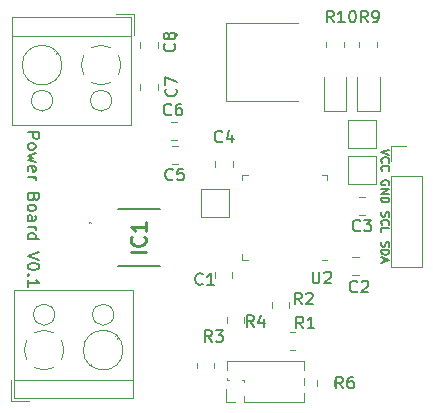
<source format=gbr>
%TF.GenerationSoftware,KiCad,Pcbnew,7.0.10*%
%TF.CreationDate,2024-01-17T14:48:32+01:00*%
%TF.ProjectId,PowerBoard,506f7765-7242-46f6-9172-642e6b696361,rev?*%
%TF.SameCoordinates,Original*%
%TF.FileFunction,Legend,Top*%
%TF.FilePolarity,Positive*%
%FSLAX46Y46*%
G04 Gerber Fmt 4.6, Leading zero omitted, Abs format (unit mm)*
G04 Created by KiCad (PCBNEW 7.0.10) date 2024-01-17 14:48:32*
%MOMM*%
%LPD*%
G01*
G04 APERTURE LIST*
%ADD10C,0.150000*%
%ADD11C,0.254000*%
%ADD12C,0.200000*%
%ADD13C,0.100000*%
%ADD14C,0.120000*%
G04 APERTURE END LIST*
D10*
X114934800Y-114024017D02*
X114901466Y-114124017D01*
X114901466Y-114124017D02*
X114901466Y-114290684D01*
X114901466Y-114290684D02*
X114934800Y-114357350D01*
X114934800Y-114357350D02*
X114968133Y-114390684D01*
X114968133Y-114390684D02*
X115034800Y-114424017D01*
X115034800Y-114424017D02*
X115101466Y-114424017D01*
X115101466Y-114424017D02*
X115168133Y-114390684D01*
X115168133Y-114390684D02*
X115201466Y-114357350D01*
X115201466Y-114357350D02*
X115234800Y-114290684D01*
X115234800Y-114290684D02*
X115268133Y-114157350D01*
X115268133Y-114157350D02*
X115301466Y-114090684D01*
X115301466Y-114090684D02*
X115334800Y-114057350D01*
X115334800Y-114057350D02*
X115401466Y-114024017D01*
X115401466Y-114024017D02*
X115468133Y-114024017D01*
X115468133Y-114024017D02*
X115534800Y-114057350D01*
X115534800Y-114057350D02*
X115568133Y-114090684D01*
X115568133Y-114090684D02*
X115601466Y-114157350D01*
X115601466Y-114157350D02*
X115601466Y-114324017D01*
X115601466Y-114324017D02*
X115568133Y-114424017D01*
X114901466Y-114724017D02*
X115601466Y-114724017D01*
X115601466Y-114724017D02*
X115601466Y-114890684D01*
X115601466Y-114890684D02*
X115568133Y-114990684D01*
X115568133Y-114990684D02*
X115501466Y-115057351D01*
X115501466Y-115057351D02*
X115434800Y-115090684D01*
X115434800Y-115090684D02*
X115301466Y-115124017D01*
X115301466Y-115124017D02*
X115201466Y-115124017D01*
X115201466Y-115124017D02*
X115068133Y-115090684D01*
X115068133Y-115090684D02*
X115001466Y-115057351D01*
X115001466Y-115057351D02*
X114934800Y-114990684D01*
X114934800Y-114990684D02*
X114901466Y-114890684D01*
X114901466Y-114890684D02*
X114901466Y-114724017D01*
X115101466Y-115390684D02*
X115101466Y-115724017D01*
X114901466Y-115324017D02*
X115601466Y-115557351D01*
X115601466Y-115557351D02*
X114901466Y-115790684D01*
X114934800Y-111484017D02*
X114901466Y-111584017D01*
X114901466Y-111584017D02*
X114901466Y-111750684D01*
X114901466Y-111750684D02*
X114934800Y-111817350D01*
X114934800Y-111817350D02*
X114968133Y-111850684D01*
X114968133Y-111850684D02*
X115034800Y-111884017D01*
X115034800Y-111884017D02*
X115101466Y-111884017D01*
X115101466Y-111884017D02*
X115168133Y-111850684D01*
X115168133Y-111850684D02*
X115201466Y-111817350D01*
X115201466Y-111817350D02*
X115234800Y-111750684D01*
X115234800Y-111750684D02*
X115268133Y-111617350D01*
X115268133Y-111617350D02*
X115301466Y-111550684D01*
X115301466Y-111550684D02*
X115334800Y-111517350D01*
X115334800Y-111517350D02*
X115401466Y-111484017D01*
X115401466Y-111484017D02*
X115468133Y-111484017D01*
X115468133Y-111484017D02*
X115534800Y-111517350D01*
X115534800Y-111517350D02*
X115568133Y-111550684D01*
X115568133Y-111550684D02*
X115601466Y-111617350D01*
X115601466Y-111617350D02*
X115601466Y-111784017D01*
X115601466Y-111784017D02*
X115568133Y-111884017D01*
X114968133Y-112584017D02*
X114934800Y-112550684D01*
X114934800Y-112550684D02*
X114901466Y-112450684D01*
X114901466Y-112450684D02*
X114901466Y-112384017D01*
X114901466Y-112384017D02*
X114934800Y-112284017D01*
X114934800Y-112284017D02*
X115001466Y-112217351D01*
X115001466Y-112217351D02*
X115068133Y-112184017D01*
X115068133Y-112184017D02*
X115201466Y-112150684D01*
X115201466Y-112150684D02*
X115301466Y-112150684D01*
X115301466Y-112150684D02*
X115434800Y-112184017D01*
X115434800Y-112184017D02*
X115501466Y-112217351D01*
X115501466Y-112217351D02*
X115568133Y-112284017D01*
X115568133Y-112284017D02*
X115601466Y-112384017D01*
X115601466Y-112384017D02*
X115601466Y-112450684D01*
X115601466Y-112450684D02*
X115568133Y-112550684D01*
X115568133Y-112550684D02*
X115534800Y-112584017D01*
X114901466Y-113217351D02*
X114901466Y-112884017D01*
X114901466Y-112884017D02*
X115601466Y-112884017D01*
X115568133Y-109217017D02*
X115601466Y-109150350D01*
X115601466Y-109150350D02*
X115601466Y-109050350D01*
X115601466Y-109050350D02*
X115568133Y-108950350D01*
X115568133Y-108950350D02*
X115501466Y-108883684D01*
X115501466Y-108883684D02*
X115434800Y-108850350D01*
X115434800Y-108850350D02*
X115301466Y-108817017D01*
X115301466Y-108817017D02*
X115201466Y-108817017D01*
X115201466Y-108817017D02*
X115068133Y-108850350D01*
X115068133Y-108850350D02*
X115001466Y-108883684D01*
X115001466Y-108883684D02*
X114934800Y-108950350D01*
X114934800Y-108950350D02*
X114901466Y-109050350D01*
X114901466Y-109050350D02*
X114901466Y-109117017D01*
X114901466Y-109117017D02*
X114934800Y-109217017D01*
X114934800Y-109217017D02*
X114968133Y-109250350D01*
X114968133Y-109250350D02*
X115201466Y-109250350D01*
X115201466Y-109250350D02*
X115201466Y-109117017D01*
X114901466Y-109550350D02*
X115601466Y-109550350D01*
X115601466Y-109550350D02*
X114901466Y-109950350D01*
X114901466Y-109950350D02*
X115601466Y-109950350D01*
X114901466Y-110283683D02*
X115601466Y-110283683D01*
X115601466Y-110283683D02*
X115601466Y-110450350D01*
X115601466Y-110450350D02*
X115568133Y-110550350D01*
X115568133Y-110550350D02*
X115501466Y-110617017D01*
X115501466Y-110617017D02*
X115434800Y-110650350D01*
X115434800Y-110650350D02*
X115301466Y-110683683D01*
X115301466Y-110683683D02*
X115201466Y-110683683D01*
X115201466Y-110683683D02*
X115068133Y-110650350D01*
X115068133Y-110650350D02*
X115001466Y-110617017D01*
X115001466Y-110617017D02*
X114934800Y-110550350D01*
X114934800Y-110550350D02*
X114901466Y-110450350D01*
X114901466Y-110450350D02*
X114901466Y-110283683D01*
X115601466Y-106210350D02*
X114901466Y-106443684D01*
X114901466Y-106443684D02*
X115601466Y-106677017D01*
X114968133Y-107310350D02*
X114934800Y-107277017D01*
X114934800Y-107277017D02*
X114901466Y-107177017D01*
X114901466Y-107177017D02*
X114901466Y-107110350D01*
X114901466Y-107110350D02*
X114934800Y-107010350D01*
X114934800Y-107010350D02*
X115001466Y-106943684D01*
X115001466Y-106943684D02*
X115068133Y-106910350D01*
X115068133Y-106910350D02*
X115201466Y-106877017D01*
X115201466Y-106877017D02*
X115301466Y-106877017D01*
X115301466Y-106877017D02*
X115434800Y-106910350D01*
X115434800Y-106910350D02*
X115501466Y-106943684D01*
X115501466Y-106943684D02*
X115568133Y-107010350D01*
X115568133Y-107010350D02*
X115601466Y-107110350D01*
X115601466Y-107110350D02*
X115601466Y-107177017D01*
X115601466Y-107177017D02*
X115568133Y-107277017D01*
X115568133Y-107277017D02*
X115534800Y-107310350D01*
X114968133Y-108010350D02*
X114934800Y-107977017D01*
X114934800Y-107977017D02*
X114901466Y-107877017D01*
X114901466Y-107877017D02*
X114901466Y-107810350D01*
X114901466Y-107810350D02*
X114934800Y-107710350D01*
X114934800Y-107710350D02*
X115001466Y-107643684D01*
X115001466Y-107643684D02*
X115068133Y-107610350D01*
X115068133Y-107610350D02*
X115201466Y-107577017D01*
X115201466Y-107577017D02*
X115301466Y-107577017D01*
X115301466Y-107577017D02*
X115434800Y-107610350D01*
X115434800Y-107610350D02*
X115501466Y-107643684D01*
X115501466Y-107643684D02*
X115568133Y-107710350D01*
X115568133Y-107710350D02*
X115601466Y-107810350D01*
X115601466Y-107810350D02*
X115601466Y-107877017D01*
X115601466Y-107877017D02*
X115568133Y-107977017D01*
X115568133Y-107977017D02*
X115534800Y-108010350D01*
X84966180Y-104730779D02*
X85966180Y-104730779D01*
X85966180Y-104730779D02*
X85966180Y-105111731D01*
X85966180Y-105111731D02*
X85918561Y-105206969D01*
X85918561Y-105206969D02*
X85870942Y-105254588D01*
X85870942Y-105254588D02*
X85775704Y-105302207D01*
X85775704Y-105302207D02*
X85632847Y-105302207D01*
X85632847Y-105302207D02*
X85537609Y-105254588D01*
X85537609Y-105254588D02*
X85489990Y-105206969D01*
X85489990Y-105206969D02*
X85442371Y-105111731D01*
X85442371Y-105111731D02*
X85442371Y-104730779D01*
X84966180Y-105873636D02*
X85013800Y-105778398D01*
X85013800Y-105778398D02*
X85061419Y-105730779D01*
X85061419Y-105730779D02*
X85156657Y-105683160D01*
X85156657Y-105683160D02*
X85442371Y-105683160D01*
X85442371Y-105683160D02*
X85537609Y-105730779D01*
X85537609Y-105730779D02*
X85585228Y-105778398D01*
X85585228Y-105778398D02*
X85632847Y-105873636D01*
X85632847Y-105873636D02*
X85632847Y-106016493D01*
X85632847Y-106016493D02*
X85585228Y-106111731D01*
X85585228Y-106111731D02*
X85537609Y-106159350D01*
X85537609Y-106159350D02*
X85442371Y-106206969D01*
X85442371Y-106206969D02*
X85156657Y-106206969D01*
X85156657Y-106206969D02*
X85061419Y-106159350D01*
X85061419Y-106159350D02*
X85013800Y-106111731D01*
X85013800Y-106111731D02*
X84966180Y-106016493D01*
X84966180Y-106016493D02*
X84966180Y-105873636D01*
X85632847Y-106540303D02*
X84966180Y-106730779D01*
X84966180Y-106730779D02*
X85442371Y-106921255D01*
X85442371Y-106921255D02*
X84966180Y-107111731D01*
X84966180Y-107111731D02*
X85632847Y-107302207D01*
X85013800Y-108064112D02*
X84966180Y-107968874D01*
X84966180Y-107968874D02*
X84966180Y-107778398D01*
X84966180Y-107778398D02*
X85013800Y-107683160D01*
X85013800Y-107683160D02*
X85109038Y-107635541D01*
X85109038Y-107635541D02*
X85489990Y-107635541D01*
X85489990Y-107635541D02*
X85585228Y-107683160D01*
X85585228Y-107683160D02*
X85632847Y-107778398D01*
X85632847Y-107778398D02*
X85632847Y-107968874D01*
X85632847Y-107968874D02*
X85585228Y-108064112D01*
X85585228Y-108064112D02*
X85489990Y-108111731D01*
X85489990Y-108111731D02*
X85394752Y-108111731D01*
X85394752Y-108111731D02*
X85299514Y-107635541D01*
X84966180Y-108540303D02*
X85632847Y-108540303D01*
X85442371Y-108540303D02*
X85537609Y-108587922D01*
X85537609Y-108587922D02*
X85585228Y-108635541D01*
X85585228Y-108635541D02*
X85632847Y-108730779D01*
X85632847Y-108730779D02*
X85632847Y-108826017D01*
X85489990Y-110254589D02*
X85442371Y-110397446D01*
X85442371Y-110397446D02*
X85394752Y-110445065D01*
X85394752Y-110445065D02*
X85299514Y-110492684D01*
X85299514Y-110492684D02*
X85156657Y-110492684D01*
X85156657Y-110492684D02*
X85061419Y-110445065D01*
X85061419Y-110445065D02*
X85013800Y-110397446D01*
X85013800Y-110397446D02*
X84966180Y-110302208D01*
X84966180Y-110302208D02*
X84966180Y-109921256D01*
X84966180Y-109921256D02*
X85966180Y-109921256D01*
X85966180Y-109921256D02*
X85966180Y-110254589D01*
X85966180Y-110254589D02*
X85918561Y-110349827D01*
X85918561Y-110349827D02*
X85870942Y-110397446D01*
X85870942Y-110397446D02*
X85775704Y-110445065D01*
X85775704Y-110445065D02*
X85680466Y-110445065D01*
X85680466Y-110445065D02*
X85585228Y-110397446D01*
X85585228Y-110397446D02*
X85537609Y-110349827D01*
X85537609Y-110349827D02*
X85489990Y-110254589D01*
X85489990Y-110254589D02*
X85489990Y-109921256D01*
X84966180Y-111064113D02*
X85013800Y-110968875D01*
X85013800Y-110968875D02*
X85061419Y-110921256D01*
X85061419Y-110921256D02*
X85156657Y-110873637D01*
X85156657Y-110873637D02*
X85442371Y-110873637D01*
X85442371Y-110873637D02*
X85537609Y-110921256D01*
X85537609Y-110921256D02*
X85585228Y-110968875D01*
X85585228Y-110968875D02*
X85632847Y-111064113D01*
X85632847Y-111064113D02*
X85632847Y-111206970D01*
X85632847Y-111206970D02*
X85585228Y-111302208D01*
X85585228Y-111302208D02*
X85537609Y-111349827D01*
X85537609Y-111349827D02*
X85442371Y-111397446D01*
X85442371Y-111397446D02*
X85156657Y-111397446D01*
X85156657Y-111397446D02*
X85061419Y-111349827D01*
X85061419Y-111349827D02*
X85013800Y-111302208D01*
X85013800Y-111302208D02*
X84966180Y-111206970D01*
X84966180Y-111206970D02*
X84966180Y-111064113D01*
X84966180Y-112254589D02*
X85489990Y-112254589D01*
X85489990Y-112254589D02*
X85585228Y-112206970D01*
X85585228Y-112206970D02*
X85632847Y-112111732D01*
X85632847Y-112111732D02*
X85632847Y-111921256D01*
X85632847Y-111921256D02*
X85585228Y-111826018D01*
X85013800Y-112254589D02*
X84966180Y-112159351D01*
X84966180Y-112159351D02*
X84966180Y-111921256D01*
X84966180Y-111921256D02*
X85013800Y-111826018D01*
X85013800Y-111826018D02*
X85109038Y-111778399D01*
X85109038Y-111778399D02*
X85204276Y-111778399D01*
X85204276Y-111778399D02*
X85299514Y-111826018D01*
X85299514Y-111826018D02*
X85347133Y-111921256D01*
X85347133Y-111921256D02*
X85347133Y-112159351D01*
X85347133Y-112159351D02*
X85394752Y-112254589D01*
X84966180Y-112730780D02*
X85632847Y-112730780D01*
X85442371Y-112730780D02*
X85537609Y-112778399D01*
X85537609Y-112778399D02*
X85585228Y-112826018D01*
X85585228Y-112826018D02*
X85632847Y-112921256D01*
X85632847Y-112921256D02*
X85632847Y-113016494D01*
X84966180Y-113778399D02*
X85966180Y-113778399D01*
X85013800Y-113778399D02*
X84966180Y-113683161D01*
X84966180Y-113683161D02*
X84966180Y-113492685D01*
X84966180Y-113492685D02*
X85013800Y-113397447D01*
X85013800Y-113397447D02*
X85061419Y-113349828D01*
X85061419Y-113349828D02*
X85156657Y-113302209D01*
X85156657Y-113302209D02*
X85442371Y-113302209D01*
X85442371Y-113302209D02*
X85537609Y-113349828D01*
X85537609Y-113349828D02*
X85585228Y-113397447D01*
X85585228Y-113397447D02*
X85632847Y-113492685D01*
X85632847Y-113492685D02*
X85632847Y-113683161D01*
X85632847Y-113683161D02*
X85585228Y-113778399D01*
X85966180Y-114873638D02*
X84966180Y-115206971D01*
X84966180Y-115206971D02*
X85966180Y-115540304D01*
X85966180Y-116064114D02*
X85966180Y-116159352D01*
X85966180Y-116159352D02*
X85918561Y-116254590D01*
X85918561Y-116254590D02*
X85870942Y-116302209D01*
X85870942Y-116302209D02*
X85775704Y-116349828D01*
X85775704Y-116349828D02*
X85585228Y-116397447D01*
X85585228Y-116397447D02*
X85347133Y-116397447D01*
X85347133Y-116397447D02*
X85156657Y-116349828D01*
X85156657Y-116349828D02*
X85061419Y-116302209D01*
X85061419Y-116302209D02*
X85013800Y-116254590D01*
X85013800Y-116254590D02*
X84966180Y-116159352D01*
X84966180Y-116159352D02*
X84966180Y-116064114D01*
X84966180Y-116064114D02*
X85013800Y-115968876D01*
X85013800Y-115968876D02*
X85061419Y-115921257D01*
X85061419Y-115921257D02*
X85156657Y-115873638D01*
X85156657Y-115873638D02*
X85347133Y-115826019D01*
X85347133Y-115826019D02*
X85585228Y-115826019D01*
X85585228Y-115826019D02*
X85775704Y-115873638D01*
X85775704Y-115873638D02*
X85870942Y-115921257D01*
X85870942Y-115921257D02*
X85918561Y-115968876D01*
X85918561Y-115968876D02*
X85966180Y-116064114D01*
X85061419Y-116826019D02*
X85013800Y-116873638D01*
X85013800Y-116873638D02*
X84966180Y-116826019D01*
X84966180Y-116826019D02*
X85013800Y-116778400D01*
X85013800Y-116778400D02*
X85061419Y-116826019D01*
X85061419Y-116826019D02*
X84966180Y-116826019D01*
X84966180Y-117826018D02*
X84966180Y-117254590D01*
X84966180Y-117540304D02*
X85966180Y-117540304D01*
X85966180Y-117540304D02*
X85823323Y-117445066D01*
X85823323Y-117445066D02*
X85728085Y-117349828D01*
X85728085Y-117349828D02*
X85680466Y-117254590D01*
D11*
X94966318Y-114904762D02*
X93696318Y-114904762D01*
X94845365Y-113574285D02*
X94905842Y-113634761D01*
X94905842Y-113634761D02*
X94966318Y-113816190D01*
X94966318Y-113816190D02*
X94966318Y-113937142D01*
X94966318Y-113937142D02*
X94905842Y-114118571D01*
X94905842Y-114118571D02*
X94784889Y-114239523D01*
X94784889Y-114239523D02*
X94663937Y-114300000D01*
X94663937Y-114300000D02*
X94422032Y-114360476D01*
X94422032Y-114360476D02*
X94240603Y-114360476D01*
X94240603Y-114360476D02*
X93998699Y-114300000D01*
X93998699Y-114300000D02*
X93877746Y-114239523D01*
X93877746Y-114239523D02*
X93756794Y-114118571D01*
X93756794Y-114118571D02*
X93696318Y-113937142D01*
X93696318Y-113937142D02*
X93696318Y-113816190D01*
X93696318Y-113816190D02*
X93756794Y-113634761D01*
X93756794Y-113634761D02*
X93817270Y-113574285D01*
X94966318Y-112364761D02*
X94966318Y-113090476D01*
X94966318Y-112727619D02*
X93696318Y-112727619D01*
X93696318Y-112727619D02*
X93877746Y-112848571D01*
X93877746Y-112848571D02*
X93998699Y-112969523D01*
X93998699Y-112969523D02*
X94059175Y-113090476D01*
D10*
X109093095Y-116548819D02*
X109093095Y-117358342D01*
X109093095Y-117358342D02*
X109140714Y-117453580D01*
X109140714Y-117453580D02*
X109188333Y-117501200D01*
X109188333Y-117501200D02*
X109283571Y-117548819D01*
X109283571Y-117548819D02*
X109474047Y-117548819D01*
X109474047Y-117548819D02*
X109569285Y-117501200D01*
X109569285Y-117501200D02*
X109616904Y-117453580D01*
X109616904Y-117453580D02*
X109664523Y-117358342D01*
X109664523Y-117358342D02*
X109664523Y-116548819D01*
X110093095Y-116644057D02*
X110140714Y-116596438D01*
X110140714Y-116596438D02*
X110235952Y-116548819D01*
X110235952Y-116548819D02*
X110474047Y-116548819D01*
X110474047Y-116548819D02*
X110569285Y-116596438D01*
X110569285Y-116596438D02*
X110616904Y-116644057D01*
X110616904Y-116644057D02*
X110664523Y-116739295D01*
X110664523Y-116739295D02*
X110664523Y-116834533D01*
X110664523Y-116834533D02*
X110616904Y-116977390D01*
X110616904Y-116977390D02*
X110045476Y-117548819D01*
X110045476Y-117548819D02*
X110664523Y-117548819D01*
X110863142Y-95450819D02*
X110529809Y-94974628D01*
X110291714Y-95450819D02*
X110291714Y-94450819D01*
X110291714Y-94450819D02*
X110672666Y-94450819D01*
X110672666Y-94450819D02*
X110767904Y-94498438D01*
X110767904Y-94498438D02*
X110815523Y-94546057D01*
X110815523Y-94546057D02*
X110863142Y-94641295D01*
X110863142Y-94641295D02*
X110863142Y-94784152D01*
X110863142Y-94784152D02*
X110815523Y-94879390D01*
X110815523Y-94879390D02*
X110767904Y-94927009D01*
X110767904Y-94927009D02*
X110672666Y-94974628D01*
X110672666Y-94974628D02*
X110291714Y-94974628D01*
X111815523Y-95450819D02*
X111244095Y-95450819D01*
X111529809Y-95450819D02*
X111529809Y-94450819D01*
X111529809Y-94450819D02*
X111434571Y-94593676D01*
X111434571Y-94593676D02*
X111339333Y-94688914D01*
X111339333Y-94688914D02*
X111244095Y-94736533D01*
X112434571Y-94450819D02*
X112529809Y-94450819D01*
X112529809Y-94450819D02*
X112625047Y-94498438D01*
X112625047Y-94498438D02*
X112672666Y-94546057D01*
X112672666Y-94546057D02*
X112720285Y-94641295D01*
X112720285Y-94641295D02*
X112767904Y-94831771D01*
X112767904Y-94831771D02*
X112767904Y-95069866D01*
X112767904Y-95069866D02*
X112720285Y-95260342D01*
X112720285Y-95260342D02*
X112672666Y-95355580D01*
X112672666Y-95355580D02*
X112625047Y-95403200D01*
X112625047Y-95403200D02*
X112529809Y-95450819D01*
X112529809Y-95450819D02*
X112434571Y-95450819D01*
X112434571Y-95450819D02*
X112339333Y-95403200D01*
X112339333Y-95403200D02*
X112291714Y-95355580D01*
X112291714Y-95355580D02*
X112244095Y-95260342D01*
X112244095Y-95260342D02*
X112196476Y-95069866D01*
X112196476Y-95069866D02*
X112196476Y-94831771D01*
X112196476Y-94831771D02*
X112244095Y-94641295D01*
X112244095Y-94641295D02*
X112291714Y-94546057D01*
X112291714Y-94546057D02*
X112339333Y-94498438D01*
X112339333Y-94498438D02*
X112434571Y-94450819D01*
X113752333Y-95450819D02*
X113419000Y-94974628D01*
X113180905Y-95450819D02*
X113180905Y-94450819D01*
X113180905Y-94450819D02*
X113561857Y-94450819D01*
X113561857Y-94450819D02*
X113657095Y-94498438D01*
X113657095Y-94498438D02*
X113704714Y-94546057D01*
X113704714Y-94546057D02*
X113752333Y-94641295D01*
X113752333Y-94641295D02*
X113752333Y-94784152D01*
X113752333Y-94784152D02*
X113704714Y-94879390D01*
X113704714Y-94879390D02*
X113657095Y-94927009D01*
X113657095Y-94927009D02*
X113561857Y-94974628D01*
X113561857Y-94974628D02*
X113180905Y-94974628D01*
X114228524Y-95450819D02*
X114419000Y-95450819D01*
X114419000Y-95450819D02*
X114514238Y-95403200D01*
X114514238Y-95403200D02*
X114561857Y-95355580D01*
X114561857Y-95355580D02*
X114657095Y-95212723D01*
X114657095Y-95212723D02*
X114704714Y-95022247D01*
X114704714Y-95022247D02*
X114704714Y-94641295D01*
X114704714Y-94641295D02*
X114657095Y-94546057D01*
X114657095Y-94546057D02*
X114609476Y-94498438D01*
X114609476Y-94498438D02*
X114514238Y-94450819D01*
X114514238Y-94450819D02*
X114323762Y-94450819D01*
X114323762Y-94450819D02*
X114228524Y-94498438D01*
X114228524Y-94498438D02*
X114180905Y-94546057D01*
X114180905Y-94546057D02*
X114133286Y-94641295D01*
X114133286Y-94641295D02*
X114133286Y-94879390D01*
X114133286Y-94879390D02*
X114180905Y-94974628D01*
X114180905Y-94974628D02*
X114228524Y-95022247D01*
X114228524Y-95022247D02*
X114323762Y-95069866D01*
X114323762Y-95069866D02*
X114514238Y-95069866D01*
X114514238Y-95069866D02*
X114609476Y-95022247D01*
X114609476Y-95022247D02*
X114657095Y-94974628D01*
X114657095Y-94974628D02*
X114704714Y-94879390D01*
X111662833Y-126438819D02*
X111329500Y-125962628D01*
X111091405Y-126438819D02*
X111091405Y-125438819D01*
X111091405Y-125438819D02*
X111472357Y-125438819D01*
X111472357Y-125438819D02*
X111567595Y-125486438D01*
X111567595Y-125486438D02*
X111615214Y-125534057D01*
X111615214Y-125534057D02*
X111662833Y-125629295D01*
X111662833Y-125629295D02*
X111662833Y-125772152D01*
X111662833Y-125772152D02*
X111615214Y-125867390D01*
X111615214Y-125867390D02*
X111567595Y-125915009D01*
X111567595Y-125915009D02*
X111472357Y-125962628D01*
X111472357Y-125962628D02*
X111091405Y-125962628D01*
X112519976Y-125438819D02*
X112329500Y-125438819D01*
X112329500Y-125438819D02*
X112234262Y-125486438D01*
X112234262Y-125486438D02*
X112186643Y-125534057D01*
X112186643Y-125534057D02*
X112091405Y-125676914D01*
X112091405Y-125676914D02*
X112043786Y-125867390D01*
X112043786Y-125867390D02*
X112043786Y-126248342D01*
X112043786Y-126248342D02*
X112091405Y-126343580D01*
X112091405Y-126343580D02*
X112139024Y-126391200D01*
X112139024Y-126391200D02*
X112234262Y-126438819D01*
X112234262Y-126438819D02*
X112424738Y-126438819D01*
X112424738Y-126438819D02*
X112519976Y-126391200D01*
X112519976Y-126391200D02*
X112567595Y-126343580D01*
X112567595Y-126343580D02*
X112615214Y-126248342D01*
X112615214Y-126248342D02*
X112615214Y-126010247D01*
X112615214Y-126010247D02*
X112567595Y-125915009D01*
X112567595Y-125915009D02*
X112519976Y-125867390D01*
X112519976Y-125867390D02*
X112424738Y-125819771D01*
X112424738Y-125819771D02*
X112234262Y-125819771D01*
X112234262Y-125819771D02*
X112139024Y-125867390D01*
X112139024Y-125867390D02*
X112091405Y-125915009D01*
X112091405Y-125915009D02*
X112043786Y-126010247D01*
X104100333Y-121231819D02*
X103767000Y-120755628D01*
X103528905Y-121231819D02*
X103528905Y-120231819D01*
X103528905Y-120231819D02*
X103909857Y-120231819D01*
X103909857Y-120231819D02*
X104005095Y-120279438D01*
X104005095Y-120279438D02*
X104052714Y-120327057D01*
X104052714Y-120327057D02*
X104100333Y-120422295D01*
X104100333Y-120422295D02*
X104100333Y-120565152D01*
X104100333Y-120565152D02*
X104052714Y-120660390D01*
X104052714Y-120660390D02*
X104005095Y-120708009D01*
X104005095Y-120708009D02*
X103909857Y-120755628D01*
X103909857Y-120755628D02*
X103528905Y-120755628D01*
X104957476Y-120565152D02*
X104957476Y-121231819D01*
X104719381Y-120184200D02*
X104481286Y-120898485D01*
X104481286Y-120898485D02*
X105100333Y-120898485D01*
X100544333Y-122501819D02*
X100211000Y-122025628D01*
X99972905Y-122501819D02*
X99972905Y-121501819D01*
X99972905Y-121501819D02*
X100353857Y-121501819D01*
X100353857Y-121501819D02*
X100449095Y-121549438D01*
X100449095Y-121549438D02*
X100496714Y-121597057D01*
X100496714Y-121597057D02*
X100544333Y-121692295D01*
X100544333Y-121692295D02*
X100544333Y-121835152D01*
X100544333Y-121835152D02*
X100496714Y-121930390D01*
X100496714Y-121930390D02*
X100449095Y-121978009D01*
X100449095Y-121978009D02*
X100353857Y-122025628D01*
X100353857Y-122025628D02*
X99972905Y-122025628D01*
X100877667Y-121501819D02*
X101496714Y-121501819D01*
X101496714Y-121501819D02*
X101163381Y-121882771D01*
X101163381Y-121882771D02*
X101306238Y-121882771D01*
X101306238Y-121882771D02*
X101401476Y-121930390D01*
X101401476Y-121930390D02*
X101449095Y-121978009D01*
X101449095Y-121978009D02*
X101496714Y-122073247D01*
X101496714Y-122073247D02*
X101496714Y-122311342D01*
X101496714Y-122311342D02*
X101449095Y-122406580D01*
X101449095Y-122406580D02*
X101401476Y-122454200D01*
X101401476Y-122454200D02*
X101306238Y-122501819D01*
X101306238Y-122501819D02*
X101020524Y-122501819D01*
X101020524Y-122501819D02*
X100925286Y-122454200D01*
X100925286Y-122454200D02*
X100877667Y-122406580D01*
X108164333Y-119326819D02*
X107831000Y-118850628D01*
X107592905Y-119326819D02*
X107592905Y-118326819D01*
X107592905Y-118326819D02*
X107973857Y-118326819D01*
X107973857Y-118326819D02*
X108069095Y-118374438D01*
X108069095Y-118374438D02*
X108116714Y-118422057D01*
X108116714Y-118422057D02*
X108164333Y-118517295D01*
X108164333Y-118517295D02*
X108164333Y-118660152D01*
X108164333Y-118660152D02*
X108116714Y-118755390D01*
X108116714Y-118755390D02*
X108069095Y-118803009D01*
X108069095Y-118803009D02*
X107973857Y-118850628D01*
X107973857Y-118850628D02*
X107592905Y-118850628D01*
X108545286Y-118422057D02*
X108592905Y-118374438D01*
X108592905Y-118374438D02*
X108688143Y-118326819D01*
X108688143Y-118326819D02*
X108926238Y-118326819D01*
X108926238Y-118326819D02*
X109021476Y-118374438D01*
X109021476Y-118374438D02*
X109069095Y-118422057D01*
X109069095Y-118422057D02*
X109116714Y-118517295D01*
X109116714Y-118517295D02*
X109116714Y-118612533D01*
X109116714Y-118612533D02*
X109069095Y-118755390D01*
X109069095Y-118755390D02*
X108497667Y-119326819D01*
X108497667Y-119326819D02*
X109116714Y-119326819D01*
X108291333Y-121358819D02*
X107958000Y-120882628D01*
X107719905Y-121358819D02*
X107719905Y-120358819D01*
X107719905Y-120358819D02*
X108100857Y-120358819D01*
X108100857Y-120358819D02*
X108196095Y-120406438D01*
X108196095Y-120406438D02*
X108243714Y-120454057D01*
X108243714Y-120454057D02*
X108291333Y-120549295D01*
X108291333Y-120549295D02*
X108291333Y-120692152D01*
X108291333Y-120692152D02*
X108243714Y-120787390D01*
X108243714Y-120787390D02*
X108196095Y-120835009D01*
X108196095Y-120835009D02*
X108100857Y-120882628D01*
X108100857Y-120882628D02*
X107719905Y-120882628D01*
X109243714Y-121358819D02*
X108672286Y-121358819D01*
X108958000Y-121358819D02*
X108958000Y-120358819D01*
X108958000Y-120358819D02*
X108862762Y-120501676D01*
X108862762Y-120501676D02*
X108767524Y-120596914D01*
X108767524Y-120596914D02*
X108672286Y-120644533D01*
X97387580Y-97260666D02*
X97435200Y-97308285D01*
X97435200Y-97308285D02*
X97482819Y-97451142D01*
X97482819Y-97451142D02*
X97482819Y-97546380D01*
X97482819Y-97546380D02*
X97435200Y-97689237D01*
X97435200Y-97689237D02*
X97339961Y-97784475D01*
X97339961Y-97784475D02*
X97244723Y-97832094D01*
X97244723Y-97832094D02*
X97054247Y-97879713D01*
X97054247Y-97879713D02*
X96911390Y-97879713D01*
X96911390Y-97879713D02*
X96720914Y-97832094D01*
X96720914Y-97832094D02*
X96625676Y-97784475D01*
X96625676Y-97784475D02*
X96530438Y-97689237D01*
X96530438Y-97689237D02*
X96482819Y-97546380D01*
X96482819Y-97546380D02*
X96482819Y-97451142D01*
X96482819Y-97451142D02*
X96530438Y-97308285D01*
X96530438Y-97308285D02*
X96578057Y-97260666D01*
X96911390Y-96689237D02*
X96863771Y-96784475D01*
X96863771Y-96784475D02*
X96816152Y-96832094D01*
X96816152Y-96832094D02*
X96720914Y-96879713D01*
X96720914Y-96879713D02*
X96673295Y-96879713D01*
X96673295Y-96879713D02*
X96578057Y-96832094D01*
X96578057Y-96832094D02*
X96530438Y-96784475D01*
X96530438Y-96784475D02*
X96482819Y-96689237D01*
X96482819Y-96689237D02*
X96482819Y-96498761D01*
X96482819Y-96498761D02*
X96530438Y-96403523D01*
X96530438Y-96403523D02*
X96578057Y-96355904D01*
X96578057Y-96355904D02*
X96673295Y-96308285D01*
X96673295Y-96308285D02*
X96720914Y-96308285D01*
X96720914Y-96308285D02*
X96816152Y-96355904D01*
X96816152Y-96355904D02*
X96863771Y-96403523D01*
X96863771Y-96403523D02*
X96911390Y-96498761D01*
X96911390Y-96498761D02*
X96911390Y-96689237D01*
X96911390Y-96689237D02*
X96959009Y-96784475D01*
X96959009Y-96784475D02*
X97006628Y-96832094D01*
X97006628Y-96832094D02*
X97101866Y-96879713D01*
X97101866Y-96879713D02*
X97292342Y-96879713D01*
X97292342Y-96879713D02*
X97387580Y-96832094D01*
X97387580Y-96832094D02*
X97435200Y-96784475D01*
X97435200Y-96784475D02*
X97482819Y-96689237D01*
X97482819Y-96689237D02*
X97482819Y-96498761D01*
X97482819Y-96498761D02*
X97435200Y-96403523D01*
X97435200Y-96403523D02*
X97387580Y-96355904D01*
X97387580Y-96355904D02*
X97292342Y-96308285D01*
X97292342Y-96308285D02*
X97101866Y-96308285D01*
X97101866Y-96308285D02*
X97006628Y-96355904D01*
X97006628Y-96355904D02*
X96959009Y-96403523D01*
X96959009Y-96403523D02*
X96911390Y-96498761D01*
X97514580Y-101070666D02*
X97562200Y-101118285D01*
X97562200Y-101118285D02*
X97609819Y-101261142D01*
X97609819Y-101261142D02*
X97609819Y-101356380D01*
X97609819Y-101356380D02*
X97562200Y-101499237D01*
X97562200Y-101499237D02*
X97466961Y-101594475D01*
X97466961Y-101594475D02*
X97371723Y-101642094D01*
X97371723Y-101642094D02*
X97181247Y-101689713D01*
X97181247Y-101689713D02*
X97038390Y-101689713D01*
X97038390Y-101689713D02*
X96847914Y-101642094D01*
X96847914Y-101642094D02*
X96752676Y-101594475D01*
X96752676Y-101594475D02*
X96657438Y-101499237D01*
X96657438Y-101499237D02*
X96609819Y-101356380D01*
X96609819Y-101356380D02*
X96609819Y-101261142D01*
X96609819Y-101261142D02*
X96657438Y-101118285D01*
X96657438Y-101118285D02*
X96705057Y-101070666D01*
X96609819Y-100737332D02*
X96609819Y-100070666D01*
X96609819Y-100070666D02*
X97609819Y-100499237D01*
X97115333Y-103229580D02*
X97067714Y-103277200D01*
X97067714Y-103277200D02*
X96924857Y-103324819D01*
X96924857Y-103324819D02*
X96829619Y-103324819D01*
X96829619Y-103324819D02*
X96686762Y-103277200D01*
X96686762Y-103277200D02*
X96591524Y-103181961D01*
X96591524Y-103181961D02*
X96543905Y-103086723D01*
X96543905Y-103086723D02*
X96496286Y-102896247D01*
X96496286Y-102896247D02*
X96496286Y-102753390D01*
X96496286Y-102753390D02*
X96543905Y-102562914D01*
X96543905Y-102562914D02*
X96591524Y-102467676D01*
X96591524Y-102467676D02*
X96686762Y-102372438D01*
X96686762Y-102372438D02*
X96829619Y-102324819D01*
X96829619Y-102324819D02*
X96924857Y-102324819D01*
X96924857Y-102324819D02*
X97067714Y-102372438D01*
X97067714Y-102372438D02*
X97115333Y-102420057D01*
X97972476Y-102324819D02*
X97782000Y-102324819D01*
X97782000Y-102324819D02*
X97686762Y-102372438D01*
X97686762Y-102372438D02*
X97639143Y-102420057D01*
X97639143Y-102420057D02*
X97543905Y-102562914D01*
X97543905Y-102562914D02*
X97496286Y-102753390D01*
X97496286Y-102753390D02*
X97496286Y-103134342D01*
X97496286Y-103134342D02*
X97543905Y-103229580D01*
X97543905Y-103229580D02*
X97591524Y-103277200D01*
X97591524Y-103277200D02*
X97686762Y-103324819D01*
X97686762Y-103324819D02*
X97877238Y-103324819D01*
X97877238Y-103324819D02*
X97972476Y-103277200D01*
X97972476Y-103277200D02*
X98020095Y-103229580D01*
X98020095Y-103229580D02*
X98067714Y-103134342D01*
X98067714Y-103134342D02*
X98067714Y-102896247D01*
X98067714Y-102896247D02*
X98020095Y-102801009D01*
X98020095Y-102801009D02*
X97972476Y-102753390D01*
X97972476Y-102753390D02*
X97877238Y-102705771D01*
X97877238Y-102705771D02*
X97686762Y-102705771D01*
X97686762Y-102705771D02*
X97591524Y-102753390D01*
X97591524Y-102753390D02*
X97543905Y-102801009D01*
X97543905Y-102801009D02*
X97496286Y-102896247D01*
X97247333Y-108719580D02*
X97199714Y-108767200D01*
X97199714Y-108767200D02*
X97056857Y-108814819D01*
X97056857Y-108814819D02*
X96961619Y-108814819D01*
X96961619Y-108814819D02*
X96818762Y-108767200D01*
X96818762Y-108767200D02*
X96723524Y-108671961D01*
X96723524Y-108671961D02*
X96675905Y-108576723D01*
X96675905Y-108576723D02*
X96628286Y-108386247D01*
X96628286Y-108386247D02*
X96628286Y-108243390D01*
X96628286Y-108243390D02*
X96675905Y-108052914D01*
X96675905Y-108052914D02*
X96723524Y-107957676D01*
X96723524Y-107957676D02*
X96818762Y-107862438D01*
X96818762Y-107862438D02*
X96961619Y-107814819D01*
X96961619Y-107814819D02*
X97056857Y-107814819D01*
X97056857Y-107814819D02*
X97199714Y-107862438D01*
X97199714Y-107862438D02*
X97247333Y-107910057D01*
X98152095Y-107814819D02*
X97675905Y-107814819D01*
X97675905Y-107814819D02*
X97628286Y-108291009D01*
X97628286Y-108291009D02*
X97675905Y-108243390D01*
X97675905Y-108243390D02*
X97771143Y-108195771D01*
X97771143Y-108195771D02*
X98009238Y-108195771D01*
X98009238Y-108195771D02*
X98104476Y-108243390D01*
X98104476Y-108243390D02*
X98152095Y-108291009D01*
X98152095Y-108291009D02*
X98199714Y-108386247D01*
X98199714Y-108386247D02*
X98199714Y-108624342D01*
X98199714Y-108624342D02*
X98152095Y-108719580D01*
X98152095Y-108719580D02*
X98104476Y-108767200D01*
X98104476Y-108767200D02*
X98009238Y-108814819D01*
X98009238Y-108814819D02*
X97771143Y-108814819D01*
X97771143Y-108814819D02*
X97675905Y-108767200D01*
X97675905Y-108767200D02*
X97628286Y-108719580D01*
X101433333Y-105515580D02*
X101385714Y-105563200D01*
X101385714Y-105563200D02*
X101242857Y-105610819D01*
X101242857Y-105610819D02*
X101147619Y-105610819D01*
X101147619Y-105610819D02*
X101004762Y-105563200D01*
X101004762Y-105563200D02*
X100909524Y-105467961D01*
X100909524Y-105467961D02*
X100861905Y-105372723D01*
X100861905Y-105372723D02*
X100814286Y-105182247D01*
X100814286Y-105182247D02*
X100814286Y-105039390D01*
X100814286Y-105039390D02*
X100861905Y-104848914D01*
X100861905Y-104848914D02*
X100909524Y-104753676D01*
X100909524Y-104753676D02*
X101004762Y-104658438D01*
X101004762Y-104658438D02*
X101147619Y-104610819D01*
X101147619Y-104610819D02*
X101242857Y-104610819D01*
X101242857Y-104610819D02*
X101385714Y-104658438D01*
X101385714Y-104658438D02*
X101433333Y-104706057D01*
X102290476Y-104944152D02*
X102290476Y-105610819D01*
X102052381Y-104563200D02*
X101814286Y-105277485D01*
X101814286Y-105277485D02*
X102433333Y-105277485D01*
X113117333Y-113037580D02*
X113069714Y-113085200D01*
X113069714Y-113085200D02*
X112926857Y-113132819D01*
X112926857Y-113132819D02*
X112831619Y-113132819D01*
X112831619Y-113132819D02*
X112688762Y-113085200D01*
X112688762Y-113085200D02*
X112593524Y-112989961D01*
X112593524Y-112989961D02*
X112545905Y-112894723D01*
X112545905Y-112894723D02*
X112498286Y-112704247D01*
X112498286Y-112704247D02*
X112498286Y-112561390D01*
X112498286Y-112561390D02*
X112545905Y-112370914D01*
X112545905Y-112370914D02*
X112593524Y-112275676D01*
X112593524Y-112275676D02*
X112688762Y-112180438D01*
X112688762Y-112180438D02*
X112831619Y-112132819D01*
X112831619Y-112132819D02*
X112926857Y-112132819D01*
X112926857Y-112132819D02*
X113069714Y-112180438D01*
X113069714Y-112180438D02*
X113117333Y-112228057D01*
X113450667Y-112132819D02*
X114069714Y-112132819D01*
X114069714Y-112132819D02*
X113736381Y-112513771D01*
X113736381Y-112513771D02*
X113879238Y-112513771D01*
X113879238Y-112513771D02*
X113974476Y-112561390D01*
X113974476Y-112561390D02*
X114022095Y-112609009D01*
X114022095Y-112609009D02*
X114069714Y-112704247D01*
X114069714Y-112704247D02*
X114069714Y-112942342D01*
X114069714Y-112942342D02*
X114022095Y-113037580D01*
X114022095Y-113037580D02*
X113974476Y-113085200D01*
X113974476Y-113085200D02*
X113879238Y-113132819D01*
X113879238Y-113132819D02*
X113593524Y-113132819D01*
X113593524Y-113132819D02*
X113498286Y-113085200D01*
X113498286Y-113085200D02*
X113450667Y-113037580D01*
X112863333Y-118215580D02*
X112815714Y-118263200D01*
X112815714Y-118263200D02*
X112672857Y-118310819D01*
X112672857Y-118310819D02*
X112577619Y-118310819D01*
X112577619Y-118310819D02*
X112434762Y-118263200D01*
X112434762Y-118263200D02*
X112339524Y-118167961D01*
X112339524Y-118167961D02*
X112291905Y-118072723D01*
X112291905Y-118072723D02*
X112244286Y-117882247D01*
X112244286Y-117882247D02*
X112244286Y-117739390D01*
X112244286Y-117739390D02*
X112291905Y-117548914D01*
X112291905Y-117548914D02*
X112339524Y-117453676D01*
X112339524Y-117453676D02*
X112434762Y-117358438D01*
X112434762Y-117358438D02*
X112577619Y-117310819D01*
X112577619Y-117310819D02*
X112672857Y-117310819D01*
X112672857Y-117310819D02*
X112815714Y-117358438D01*
X112815714Y-117358438D02*
X112863333Y-117406057D01*
X113244286Y-117406057D02*
X113291905Y-117358438D01*
X113291905Y-117358438D02*
X113387143Y-117310819D01*
X113387143Y-117310819D02*
X113625238Y-117310819D01*
X113625238Y-117310819D02*
X113720476Y-117358438D01*
X113720476Y-117358438D02*
X113768095Y-117406057D01*
X113768095Y-117406057D02*
X113815714Y-117501295D01*
X113815714Y-117501295D02*
X113815714Y-117596533D01*
X113815714Y-117596533D02*
X113768095Y-117739390D01*
X113768095Y-117739390D02*
X113196667Y-118310819D01*
X113196667Y-118310819D02*
X113815714Y-118310819D01*
X99782333Y-117580580D02*
X99734714Y-117628200D01*
X99734714Y-117628200D02*
X99591857Y-117675819D01*
X99591857Y-117675819D02*
X99496619Y-117675819D01*
X99496619Y-117675819D02*
X99353762Y-117628200D01*
X99353762Y-117628200D02*
X99258524Y-117532961D01*
X99258524Y-117532961D02*
X99210905Y-117437723D01*
X99210905Y-117437723D02*
X99163286Y-117247247D01*
X99163286Y-117247247D02*
X99163286Y-117104390D01*
X99163286Y-117104390D02*
X99210905Y-116913914D01*
X99210905Y-116913914D02*
X99258524Y-116818676D01*
X99258524Y-116818676D02*
X99353762Y-116723438D01*
X99353762Y-116723438D02*
X99496619Y-116675819D01*
X99496619Y-116675819D02*
X99591857Y-116675819D01*
X99591857Y-116675819D02*
X99734714Y-116723438D01*
X99734714Y-116723438D02*
X99782333Y-116771057D01*
X100734714Y-117675819D02*
X100163286Y-117675819D01*
X100449000Y-117675819D02*
X100449000Y-116675819D01*
X100449000Y-116675819D02*
X100353762Y-116818676D01*
X100353762Y-116818676D02*
X100258524Y-116913914D01*
X100258524Y-116913914D02*
X100163286Y-116961533D01*
D12*
%TO.C,*%
X97564000Y-96406000D02*
G75*
G03*
X97564000Y-96606000I0J-100000D01*
G01*
X97564000Y-96606000D02*
G75*
G03*
X97564000Y-96406000I0J100000D01*
G01*
X97564000Y-96606000D02*
X97564000Y-96606000D01*
X97564000Y-96406000D02*
X97564000Y-96406000D01*
D13*
X101764000Y-95526000D02*
X107864000Y-95526000D01*
X101764000Y-102086000D02*
X101764000Y-95526000D01*
X107864000Y-102086000D02*
X101764000Y-102086000D01*
%TO.C,IC1*%
X90292000Y-112395000D02*
X90292000Y-112395000D01*
X90192000Y-112395000D02*
X90192000Y-112395000D01*
D12*
X92592000Y-116110000D02*
X96192000Y-116110000D01*
X92592000Y-111220000D02*
X96192000Y-111220000D01*
D13*
X90292000Y-112395000D02*
G75*
G03*
X90192000Y-112395000I-50000J0D01*
G01*
X90192000Y-112395000D02*
G75*
G03*
X90292000Y-112395000I50000J0D01*
G01*
D14*
%TO.C,U2*%
X110352000Y-108342000D02*
X110352000Y-108817000D01*
X109877000Y-115562000D02*
X110352000Y-115562000D01*
X109877000Y-108342000D02*
X110352000Y-108342000D01*
X103607000Y-115562000D02*
X103132000Y-115562000D01*
X103607000Y-108342000D02*
X103132000Y-108342000D01*
X103132000Y-115562000D02*
X103132000Y-115087000D01*
X103132000Y-108342000D02*
X103132000Y-108817000D01*
%TO.C,TP9*%
X102038000Y-111944000D02*
X99638000Y-111944000D01*
X99638000Y-111944000D02*
X99638000Y-109544000D01*
X99638000Y-109544000D02*
X102038000Y-109544000D01*
X102038000Y-109544000D02*
X102038000Y-111944000D01*
%TO.C,TP6*%
X114484000Y-106102000D02*
X112084000Y-106102000D01*
X112084000Y-106102000D02*
X112084000Y-103702000D01*
X112084000Y-103702000D02*
X114484000Y-103702000D01*
X114484000Y-103702000D02*
X114484000Y-106102000D01*
%TO.C,TP5*%
X114484000Y-109150000D02*
X112084000Y-109150000D01*
X112084000Y-109150000D02*
X112084000Y-106750000D01*
X112084000Y-106750000D02*
X114484000Y-106750000D01*
X114484000Y-106750000D02*
X114484000Y-109150000D01*
%TO.C,R10*%
X111733000Y-97070936D02*
X111733000Y-97525064D01*
X110263000Y-97070936D02*
X110263000Y-97525064D01*
%TO.C,R9*%
X114527000Y-97070936D02*
X114527000Y-97525064D01*
X113057000Y-97070936D02*
X113057000Y-97525064D01*
%TO.C,R6*%
X110914500Y-125756936D02*
X110914500Y-126211064D01*
X109444500Y-125756936D02*
X109444500Y-126211064D01*
%TO.C,R4*%
X103294500Y-120422936D02*
X103294500Y-120877064D01*
X101824500Y-120422936D02*
X101824500Y-120877064D01*
%TO.C,R3*%
X99284500Y-124703064D02*
X99284500Y-124248936D01*
X100754500Y-124703064D02*
X100754500Y-124248936D01*
%TO.C,R2*%
X107104500Y-119607064D02*
X107104500Y-119152936D01*
X105634500Y-119607064D02*
X105634500Y-119152936D01*
%TO.C,R1*%
X107612564Y-123163000D02*
X107158436Y-123163000D01*
X107612564Y-121693000D02*
X107158436Y-121693000D01*
%TO.C,D4*%
X111958000Y-102961000D02*
X111958000Y-100101000D01*
X110038000Y-100101000D02*
X110038000Y-102961000D01*
X110038000Y-102961000D02*
X111958000Y-102961000D01*
%TO.C,D3*%
X114760000Y-102961000D02*
X114760000Y-100101000D01*
X112840000Y-100101000D02*
X112840000Y-102961000D01*
X112840000Y-102961000D02*
X114760000Y-102961000D01*
%TO.C,C8*%
X95985000Y-97609252D02*
X95985000Y-97086748D01*
X94515000Y-97609252D02*
X94515000Y-97086748D01*
%TO.C,C7*%
X94515000Y-100642748D02*
X94515000Y-101165252D01*
X95985000Y-100642748D02*
X95985000Y-101165252D01*
%TO.C,C6*%
X97609252Y-103913000D02*
X97086748Y-103913000D01*
X97609252Y-105383000D02*
X97086748Y-105383000D01*
%TO.C,C5*%
X97675252Y-105945000D02*
X97152748Y-105945000D01*
X97675252Y-107415000D02*
X97152748Y-107415000D01*
%TO.C,C4*%
X100865000Y-107180748D02*
X100865000Y-107703252D01*
X102335000Y-107180748D02*
X102335000Y-107703252D01*
%TO.C,C3*%
X113545252Y-110263000D02*
X113022748Y-110263000D01*
X113545252Y-111733000D02*
X113022748Y-111733000D01*
%TO.C,C2*%
X112980752Y-115343000D02*
X112458248Y-115343000D01*
X112980752Y-116813000D02*
X112458248Y-116813000D01*
%TO.C,C1*%
X102278500Y-117101252D02*
X102278500Y-116578748D01*
X100808500Y-117101252D02*
X100808500Y-116578748D01*
%TO.C,J4*%
X101799500Y-127622000D02*
X101799500Y-126492000D01*
X102559500Y-127622000D02*
X101799500Y-127622000D01*
X103319500Y-127622000D02*
X108334500Y-127622000D01*
X103319500Y-127622000D02*
X103319500Y-127055471D01*
X108334500Y-127622000D02*
X108334500Y-126799530D01*
X108334500Y-126184470D02*
X108334500Y-125529530D01*
X103319500Y-125928529D02*
X103319500Y-125785471D01*
X101864500Y-125732000D02*
X101864500Y-125529530D01*
X101996029Y-125732000D02*
X101864500Y-125732000D01*
X103266029Y-125732000D02*
X103122971Y-125732000D01*
X101864500Y-124914470D02*
X101864500Y-124092000D01*
X108334500Y-124914470D02*
X108334500Y-124092000D01*
X101864500Y-124092000D02*
X108334500Y-124092000D01*
%TO.C,J2*%
X83560000Y-125750000D02*
X83560000Y-127490000D01*
X83560000Y-127490000D02*
X85060000Y-127490000D01*
X83800000Y-118130000D02*
X83800000Y-127250000D01*
X83800000Y-118130000D02*
X93920000Y-118130000D01*
X83800000Y-125690000D02*
X93920000Y-125690000D01*
X83800000Y-127250000D02*
X93920000Y-127250000D01*
X90180000Y-124166000D02*
X90086000Y-124259000D01*
X90350000Y-124406000D02*
X90291000Y-124464000D01*
X92430000Y-121915000D02*
X92371000Y-121974000D01*
X92635000Y-122121000D02*
X92541000Y-122214000D01*
X93920000Y-118130000D02*
X93920000Y-127250000D01*
X84876000Y-122401000D02*
G75*
G03*
X84876047Y-123979089I1483995J-789000D01*
G01*
X87149000Y-121706000D02*
G75*
G03*
X85570911Y-121706047I-789000J-1483995D01*
G01*
X85571000Y-124673999D02*
G75*
G03*
X86389383Y-124870449I788998J1483994D01*
G01*
X86360000Y-124869999D02*
G75*
G03*
X87148712Y-124673351I0J1679999D01*
G01*
X87844000Y-123979000D02*
G75*
G03*
X87843952Y-122400911I-1484000J789000D01*
G01*
X87260000Y-120190000D02*
G75*
G03*
X85460000Y-120190000I-900000J0D01*
G01*
X85460000Y-120190000D02*
G75*
G03*
X87260000Y-120190000I900000J0D01*
G01*
X92260000Y-120190000D02*
G75*
G03*
X90460000Y-120190000I-900000J0D01*
G01*
X90460000Y-120190000D02*
G75*
G03*
X92260000Y-120190000I900000J0D01*
G01*
X93040000Y-123190000D02*
G75*
G03*
X89680000Y-123190000I-1680000J0D01*
G01*
X89680000Y-123190000D02*
G75*
G03*
X93040000Y-123190000I1680000J0D01*
G01*
%TO.C,J1*%
X93986000Y-96500000D02*
X93986000Y-94760000D01*
X93986000Y-94760000D02*
X92486000Y-94760000D01*
X93746000Y-104120000D02*
X93746000Y-95000000D01*
X93746000Y-104120000D02*
X83626000Y-104120000D01*
X93746000Y-96560000D02*
X83626000Y-96560000D01*
X93746000Y-95000000D02*
X83626000Y-95000000D01*
X87366000Y-98084000D02*
X87460000Y-97991000D01*
X87196000Y-97844000D02*
X87255000Y-97786000D01*
X85116000Y-100335000D02*
X85175000Y-100276000D01*
X84911000Y-100129000D02*
X85005000Y-100036000D01*
X83626000Y-104120000D02*
X83626000Y-95000000D01*
X92670000Y-99849000D02*
G75*
G03*
X92669953Y-98270911I-1483995J789000D01*
G01*
X90397000Y-100544000D02*
G75*
G03*
X91975089Y-100543953I789000J1483995D01*
G01*
X91975000Y-97576001D02*
G75*
G03*
X91156617Y-97379551I-788998J-1483994D01*
G01*
X91186000Y-97380001D02*
G75*
G03*
X90397288Y-97576649I0J-1679999D01*
G01*
X89702000Y-98271000D02*
G75*
G03*
X89702048Y-99849089I1484000J-789000D01*
G01*
X92086000Y-102060000D02*
G75*
G03*
X90286000Y-102060000I-900000J0D01*
G01*
X90286000Y-102060000D02*
G75*
G03*
X92086000Y-102060000I900000J0D01*
G01*
X87086000Y-102060000D02*
G75*
G03*
X85286000Y-102060000I-900000J0D01*
G01*
X85286000Y-102060000D02*
G75*
G03*
X87086000Y-102060000I900000J0D01*
G01*
X87866000Y-99060000D02*
G75*
G03*
X84506000Y-99060000I-1680000J0D01*
G01*
X84506000Y-99060000D02*
G75*
G03*
X87866000Y-99060000I1680000J0D01*
G01*
%TO.C,J3*%
X115707500Y-105868000D02*
X117037500Y-105868000D01*
X115707500Y-107198000D02*
X115707500Y-105868000D01*
X115707500Y-108468000D02*
X115707500Y-116148000D01*
X115707500Y-108468000D02*
X118367500Y-108468000D01*
X115707500Y-116148000D02*
X118367500Y-116148000D01*
X118367500Y-108468000D02*
X118367500Y-116148000D01*
%TD*%
M02*

</source>
